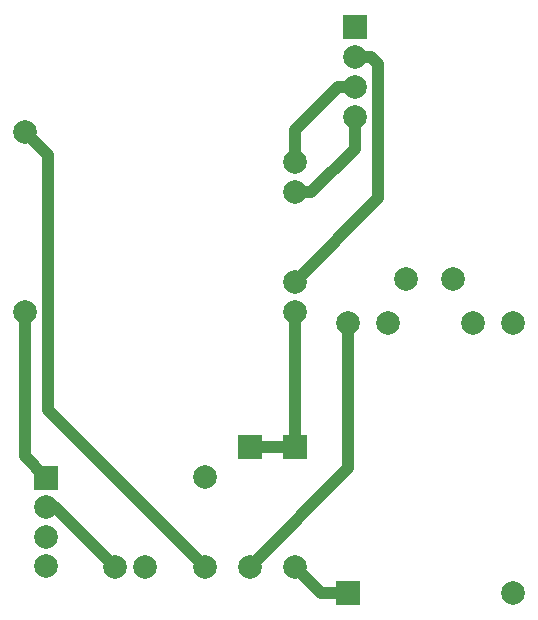
<source format=gbr>
%TF.GenerationSoftware,KiCad,Pcbnew,(6.0.2)*%
%TF.CreationDate,2022-02-25T22:38:09-05:00*%
%TF.ProjectId,SlimeVRMobo,536c696d-6556-4524-9d6f-626f2e6b6963,rev?*%
%TF.SameCoordinates,Original*%
%TF.FileFunction,Copper,L2,Bot*%
%TF.FilePolarity,Positive*%
%FSLAX46Y46*%
G04 Gerber Fmt 4.6, Leading zero omitted, Abs format (unit mm)*
G04 Created by KiCad (PCBNEW (6.0.2)) date 2022-02-25 22:38:09*
%MOMM*%
%LPD*%
G01*
G04 APERTURE LIST*
%TA.AperFunction,ComponentPad*%
%ADD10C,2.000000*%
%TD*%
%TA.AperFunction,ComponentPad*%
%ADD11R,2.000000X2.000000*%
%TD*%
%TA.AperFunction,Conductor*%
%ADD12C,1.000000*%
%TD*%
G04 APERTURE END LIST*
D10*
%TO.P,J1,4,Pin_4*%
%TO.N,Net-(U1-Pad13)*%
X131335000Y-124400000D03*
%TO.P,J1,3,Pin_3*%
%TO.N,Net-(U1-Pad14)*%
X131335000Y-121900000D03*
%TO.P,J1,2,Pin_2*%
%TO.N,Net-(J2-Pad2)*%
X131335000Y-119400000D03*
D11*
%TO.P,J1,1,Pin_1*%
%TO.N,Net-(J1-Pad1)*%
X131335000Y-116900000D03*
%TD*%
D10*
%TO.P,BT1,1,+*%
%TO.N,Net-(BT1-Pad1)*%
X161830000Y-100076000D03*
%TO.P,BT1,2,-*%
%TO.N,Net-(BT1-Pad2)*%
X165830000Y-100076000D03*
%TD*%
%TO.P,U1,2,A0*%
%TO.N,Net-(R1-Pad2)*%
X129540000Y-87630000D03*
%TO.P,U1,8,3V3*%
%TO.N,Net-(J1-Pad1)*%
X129540000Y-102870000D03*
%TO.P,U1,9,5V*%
%TO.N,Net-(D1-Pad1)*%
X152400000Y-102870000D03*
%TO.P,U1,10,GND*%
%TO.N,Net-(J2-Pad2)*%
X152400000Y-100330000D03*
%TO.P,U1,13,SDA/D2*%
%TO.N,Net-(U1-Pad13)*%
X152400000Y-92710000D03*
%TO.P,U1,14,SCL/D1*%
%TO.N,Net-(U1-Pad14)*%
X152400000Y-90170000D03*
%TD*%
%TO.P,U2,4,SDA*%
%TO.N,Net-(U1-Pad13)*%
X157480000Y-86360000D03*
%TO.P,U2,3,SCL*%
%TO.N,Net-(U1-Pad14)*%
X157480000Y-83820000D03*
%TO.P,U2,2,GND*%
%TO.N,Net-(J2-Pad2)*%
X157480000Y-81280000D03*
D11*
%TO.P,U2,1,VCC*%
%TO.N,Net-(J1-Pad1)*%
X157480000Y-78740000D03*
%TD*%
D10*
%TO.P,J2,2,Pin_2*%
%TO.N,Net-(J2-Pad2)*%
X137160000Y-124460000D03*
%TO.P,J2,1,Pin_1*%
%TO.N,Net-(J2-Pad1)*%
X139700000Y-124460000D03*
%TD*%
D11*
%TO.P,U3,1,In+*%
%TO.N,Net-(D1-Pad2)*%
X156917500Y-126712500D03*
D10*
%TO.P,U3,2,In-*%
%TO.N,unconnected-(U3-Pad2)*%
X170917500Y-126712500D03*
%TO.P,U3,3,Out+*%
%TO.N,Net-(D2-Pad2)*%
X156917500Y-103812500D03*
%TO.P,U3,4,Out-*%
%TO.N,Net-(J2-Pad1)*%
X170917500Y-103812500D03*
%TO.P,U3,5,B+*%
%TO.N,Net-(BT1-Pad1)*%
X160317500Y-103812500D03*
%TO.P,U3,6,B-*%
%TO.N,Net-(BT1-Pad2)*%
X167517500Y-103812500D03*
%TD*%
D11*
%TO.P,D1,1,K*%
%TO.N,Net-(D1-Pad1)*%
X152400000Y-114300000D03*
D10*
%TO.P,D1,2,A*%
%TO.N,Net-(D1-Pad2)*%
X152400000Y-124460000D03*
%TD*%
%TO.P,R1,1*%
%TO.N,Net-(BT1-Pad1)*%
X144780000Y-116840000D03*
%TO.P,R1,2*%
%TO.N,Net-(R1-Pad2)*%
X144780000Y-124460000D03*
%TD*%
%TO.P,D2,2,A*%
%TO.N,Net-(D2-Pad2)*%
X148590000Y-124460000D03*
D11*
%TO.P,D2,1,K*%
%TO.N,Net-(D1-Pad1)*%
X148590000Y-114300000D03*
%TD*%
D12*
%TO.N,Net-(J2-Pad2)*%
X132100000Y-119400000D02*
X137160000Y-124460000D01*
X131335000Y-119400000D02*
X132100000Y-119400000D01*
%TO.N,Net-(J1-Pad1)*%
X129540000Y-115105000D02*
X131335000Y-116900000D01*
X129540000Y-102870000D02*
X129540000Y-115105000D01*
%TO.N,Net-(R1-Pad2)*%
X131539511Y-111219511D02*
X131539511Y-89629511D01*
X131539511Y-89629511D02*
X129540000Y-87630000D01*
X144780000Y-124460000D02*
X131539511Y-111219511D01*
%TO.N,Net-(D1-Pad1)*%
X152400000Y-114300000D02*
X152400000Y-102870000D01*
%TO.N,Net-(D2-Pad2)*%
X148590000Y-124460000D02*
X156917500Y-116132500D01*
X156917500Y-116132500D02*
X156917500Y-103812500D01*
%TO.N,Net-(D1-Pad1)*%
X148590000Y-114300000D02*
X152400000Y-114300000D01*
%TO.N,Net-(D1-Pad2)*%
X154652500Y-126712500D02*
X152400000Y-124460000D01*
X156917500Y-126712500D02*
X154652500Y-126712500D01*
%TO.N,Net-(J2-Pad2)*%
X158894213Y-81280000D02*
X159479511Y-81865298D01*
X159479511Y-93250489D02*
X152400000Y-100330000D01*
X157480000Y-81280000D02*
X158894213Y-81280000D01*
X159479511Y-81865298D02*
X159479511Y-93250489D01*
%TO.N,Net-(U1-Pad14)*%
X152400000Y-87485787D02*
X156065787Y-83820000D01*
X156065787Y-83820000D02*
X157480000Y-83820000D01*
X152400000Y-90170000D02*
X152400000Y-87485787D01*
%TO.N,Net-(U1-Pad13)*%
X153814213Y-92710000D02*
X157480000Y-89044213D01*
X152400000Y-92710000D02*
X153814213Y-92710000D01*
X157480000Y-89044213D02*
X157480000Y-86360000D01*
%TD*%
M02*

</source>
